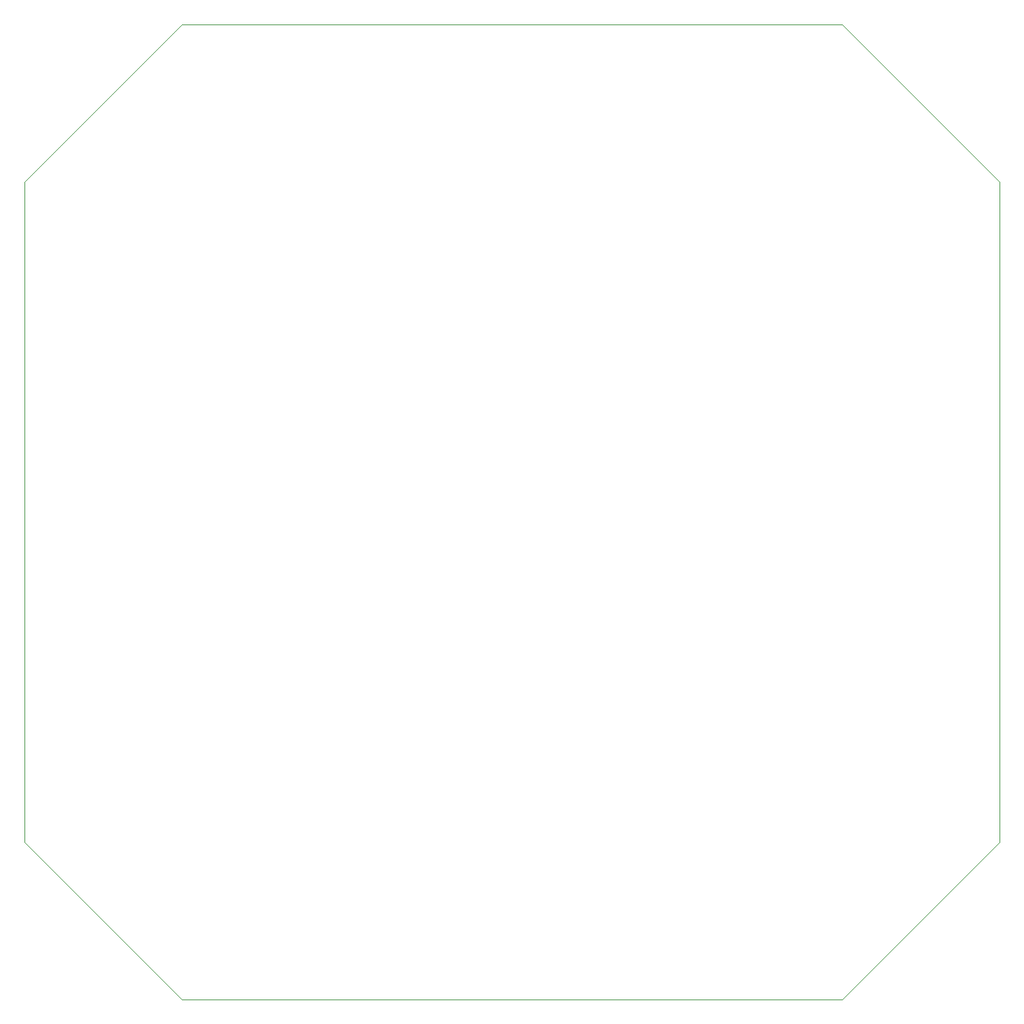
<source format=gbr>
G04 #@! TF.GenerationSoftware,KiCad,Pcbnew,5.1.8*
G04 #@! TF.CreationDate,2021-01-05T23:40:21+00:00*
G04 #@! TF.ProjectId,TheSun2,54686553-756e-4322-9e6b-696361645f70,1.0.8*
G04 #@! TF.SameCoordinates,Original*
G04 #@! TF.FileFunction,Profile,NP*
%FSLAX46Y46*%
G04 Gerber Fmt 4.6, Leading zero omitted, Abs format (unit mm)*
G04 Created by KiCad (PCBNEW 5.1.8) date 2021-01-05 23:40:21*
%MOMM*%
%LPD*%
G01*
G04 APERTURE LIST*
G04 #@! TA.AperFunction,Profile*
%ADD10C,0.050000*%
G04 #@! TD*
G04 APERTURE END LIST*
D10*
X259000000Y-120000000D02*
X259000000Y-40000000D01*
X160000000Y-139000000D02*
X240000000Y-139000000D01*
X160000000Y-21000000D02*
X141000000Y-40000000D01*
X240000000Y-21000000D02*
X160000000Y-21000000D01*
X141000000Y-40000000D02*
X141000000Y-120000000D01*
X141000000Y-120000000D02*
X160000000Y-139000000D01*
X259000000Y-40000000D02*
X240000000Y-21000000D01*
X240000000Y-139000000D02*
X259000000Y-120000000D01*
M02*

</source>
